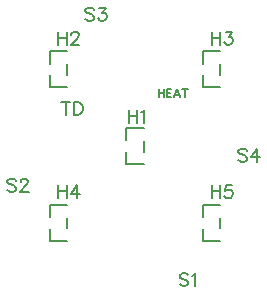
<source format=gto>
G04 Layer: TopSilkscreenLayer*
G04 EasyEDA v6.5.46, 2025-07-23 17:24:06*
G04 74a4e304ba1b453b8bde7bcb9ef7a0d0,7be8f16a26344db1bf46185b0a727cd7,10*
G04 Gerber Generator version 0.2*
G04 Scale: 100 percent, Rotated: No, Reflected: No *
G04 Dimensions in millimeters *
G04 leading zeros omitted , absolute positions ,4 integer and 5 decimal *
%FSLAX45Y45*%
%MOMM*%

%ADD10C,0.1524*%

%LPD*%
D10*
X2501900Y6839712D02*
G01*
X2501900Y6772910D01*
X2546350Y6839712D02*
G01*
X2546350Y6772910D01*
X2501900Y6807962D02*
G01*
X2546350Y6807962D01*
X2567431Y6839712D02*
G01*
X2567431Y6772910D01*
X2567431Y6839712D02*
G01*
X2608834Y6839712D01*
X2567431Y6807962D02*
G01*
X2592831Y6807962D01*
X2567431Y6772910D02*
G01*
X2608834Y6772910D01*
X2655315Y6839712D02*
G01*
X2629915Y6772910D01*
X2655315Y6839712D02*
G01*
X2680715Y6772910D01*
X2639313Y6795262D02*
G01*
X2671063Y6795262D01*
X2723895Y6839712D02*
G01*
X2723895Y6772910D01*
X2701797Y6839712D02*
G01*
X2746247Y6839712D01*
X1712721Y6732015D02*
G01*
X1712721Y6623050D01*
X1676400Y6732015D02*
G01*
X1749044Y6732015D01*
X1783334Y6732015D02*
G01*
X1783334Y6623050D01*
X1783334Y6732015D02*
G01*
X1819910Y6732015D01*
X1835404Y6726936D01*
X1845818Y6716521D01*
X1850897Y6706108D01*
X1856231Y6690360D01*
X1856231Y6664452D01*
X1850897Y6648958D01*
X1845818Y6638544D01*
X1835404Y6628129D01*
X1819910Y6623050D01*
X1783334Y6623050D01*
X2247874Y6668434D02*
G01*
X2247874Y6559468D01*
X2320518Y6668434D02*
G01*
X2320518Y6559468D01*
X2247874Y6616618D02*
G01*
X2320518Y6616618D01*
X2354808Y6647860D02*
G01*
X2365222Y6652940D01*
X2380970Y6668434D01*
X2380970Y6559468D01*
X1649984Y7328408D02*
G01*
X1649984Y7219442D01*
X1722628Y7328408D02*
G01*
X1722628Y7219442D01*
X1649984Y7276592D02*
G01*
X1722628Y7276592D01*
X1762252Y7302500D02*
G01*
X1762252Y7307834D01*
X1767331Y7318247D01*
X1772665Y7323328D01*
X1783079Y7328408D01*
X1803907Y7328408D01*
X1814068Y7323328D01*
X1819402Y7318247D01*
X1824481Y7307834D01*
X1824481Y7297420D01*
X1819402Y7287005D01*
X1808987Y7271258D01*
X1756918Y7219442D01*
X1829815Y7219442D01*
X2949956Y7328408D02*
G01*
X2949956Y7219442D01*
X3022854Y7328408D02*
G01*
X3022854Y7219442D01*
X2949956Y7276592D02*
G01*
X3022854Y7276592D01*
X3067304Y7328408D02*
G01*
X3124454Y7328408D01*
X3093465Y7287005D01*
X3108959Y7287005D01*
X3119374Y7281671D01*
X3124454Y7276592D01*
X3129788Y7261097D01*
X3129788Y7250684D01*
X3124454Y7234936D01*
X3114293Y7224521D01*
X3098545Y7219442D01*
X3083052Y7219442D01*
X3067304Y7224521D01*
X3062224Y7229855D01*
X3057143Y7240270D01*
X1649984Y6028436D02*
G01*
X1649984Y5919470D01*
X1722628Y6028436D02*
G01*
X1722628Y5919470D01*
X1649984Y5976620D02*
G01*
X1722628Y5976620D01*
X1808987Y6028436D02*
G01*
X1756918Y5955792D01*
X1834895Y5955792D01*
X1808987Y6028436D02*
G01*
X1808987Y5919470D01*
X2949956Y6028436D02*
G01*
X2949956Y5919470D01*
X3022854Y6028436D02*
G01*
X3022854Y5919470D01*
X2949956Y5976620D02*
G01*
X3022854Y5976620D01*
X3119374Y6028436D02*
G01*
X3067304Y6028436D01*
X3062224Y5981700D01*
X3067304Y5987034D01*
X3083052Y5992113D01*
X3098545Y5992113D01*
X3114293Y5987034D01*
X3124454Y5976620D01*
X3129788Y5960871D01*
X3129788Y5950712D01*
X3124454Y5934963D01*
X3114293Y5924550D01*
X3098545Y5919470D01*
X3083052Y5919470D01*
X3067304Y5924550D01*
X3062224Y5929884D01*
X3057143Y5940297D01*
X2752343Y5268721D02*
G01*
X2741929Y5279136D01*
X2726436Y5284215D01*
X2705608Y5284215D01*
X2690113Y5279136D01*
X2679700Y5268721D01*
X2679700Y5258307D01*
X2684779Y5247894D01*
X2690113Y5242560D01*
X2700527Y5237479D01*
X2731770Y5227065D01*
X2741929Y5221986D01*
X2747263Y5216652D01*
X2752343Y5206237D01*
X2752343Y5190744D01*
X2741929Y5180329D01*
X2726436Y5175250D01*
X2705608Y5175250D01*
X2690113Y5180329D01*
X2679700Y5190744D01*
X2786634Y5263387D02*
G01*
X2797047Y5268721D01*
X2812795Y5284215D01*
X2812795Y5175250D01*
X1291844Y6068821D02*
G01*
X1281429Y6079236D01*
X1265936Y6084315D01*
X1245107Y6084315D01*
X1229613Y6079236D01*
X1219200Y6068821D01*
X1219200Y6058407D01*
X1224279Y6047994D01*
X1229613Y6042660D01*
X1240028Y6037579D01*
X1271270Y6027165D01*
X1281429Y6022086D01*
X1286763Y6016752D01*
X1291844Y6006337D01*
X1291844Y5990844D01*
X1281429Y5980429D01*
X1265936Y5975350D01*
X1245107Y5975350D01*
X1229613Y5980429D01*
X1219200Y5990844D01*
X1331468Y6058407D02*
G01*
X1331468Y6063487D01*
X1336547Y6073902D01*
X1341881Y6079236D01*
X1352295Y6084315D01*
X1372870Y6084315D01*
X1383284Y6079236D01*
X1388618Y6073902D01*
X1393697Y6063487D01*
X1393697Y6053073D01*
X1388618Y6042660D01*
X1378204Y6027165D01*
X1326134Y5975350D01*
X1399031Y5975350D01*
X1952243Y7516621D02*
G01*
X1941829Y7527036D01*
X1926336Y7532115D01*
X1905507Y7532115D01*
X1890013Y7527036D01*
X1879600Y7516621D01*
X1879600Y7506208D01*
X1884679Y7495794D01*
X1890013Y7490460D01*
X1900428Y7485379D01*
X1931670Y7474965D01*
X1941829Y7469886D01*
X1947163Y7464552D01*
X1952243Y7454137D01*
X1952243Y7438644D01*
X1941829Y7428229D01*
X1926336Y7423150D01*
X1905507Y7423150D01*
X1890013Y7428229D01*
X1879600Y7438644D01*
X1996947Y7532115D02*
G01*
X2054097Y7532115D01*
X2023109Y7490460D01*
X2038604Y7490460D01*
X2049018Y7485379D01*
X2054097Y7480300D01*
X2059431Y7464552D01*
X2059431Y7454137D01*
X2054097Y7438644D01*
X2043684Y7428229D01*
X2028190Y7423150D01*
X2012695Y7423150D01*
X1996947Y7428229D01*
X1991868Y7433310D01*
X1986534Y7443723D01*
X3247643Y6322821D02*
G01*
X3237229Y6333236D01*
X3221736Y6338315D01*
X3200908Y6338315D01*
X3185413Y6333236D01*
X3175000Y6322821D01*
X3175000Y6312407D01*
X3180079Y6301994D01*
X3185413Y6296660D01*
X3195827Y6291579D01*
X3227070Y6281165D01*
X3237229Y6276086D01*
X3242563Y6270752D01*
X3247643Y6260337D01*
X3247643Y6244844D01*
X3237229Y6234429D01*
X3221736Y6229350D01*
X3200908Y6229350D01*
X3185413Y6234429D01*
X3175000Y6244844D01*
X3334004Y6338315D02*
G01*
X3281934Y6265671D01*
X3359911Y6265671D01*
X3334004Y6338315D02*
G01*
X3334004Y6229350D01*
X2372591Y6512526D02*
G01*
X2227348Y6512526D01*
X2227348Y6409364D01*
X2372591Y6207285D02*
G01*
X2227348Y6207285D01*
X2227348Y6310447D01*
X2372591Y6405445D02*
G01*
X2372591Y6314366D01*
X1722605Y7162512D02*
G01*
X1577362Y7162512D01*
X1577362Y7059350D01*
X1722605Y6857271D02*
G01*
X1577362Y6857271D01*
X1577362Y6960433D01*
X1722605Y7055431D02*
G01*
X1722605Y6964352D01*
X3022577Y7162512D02*
G01*
X2877334Y7162512D01*
X2877334Y7059350D01*
X3022577Y6857271D02*
G01*
X2877334Y6857271D01*
X2877334Y6960433D01*
X3022577Y7055431D02*
G01*
X3022577Y6964352D01*
X1722605Y5862540D02*
G01*
X1577362Y5862540D01*
X1577362Y5759378D01*
X1722605Y5557299D02*
G01*
X1577362Y5557299D01*
X1577362Y5660461D01*
X1722605Y5755459D02*
G01*
X1722605Y5664380D01*
X3022577Y5862540D02*
G01*
X2877334Y5862540D01*
X2877334Y5759378D01*
X3022577Y5557299D02*
G01*
X2877334Y5557299D01*
X2877334Y5660461D01*
X3022577Y5755459D02*
G01*
X3022577Y5664380D01*
M02*

</source>
